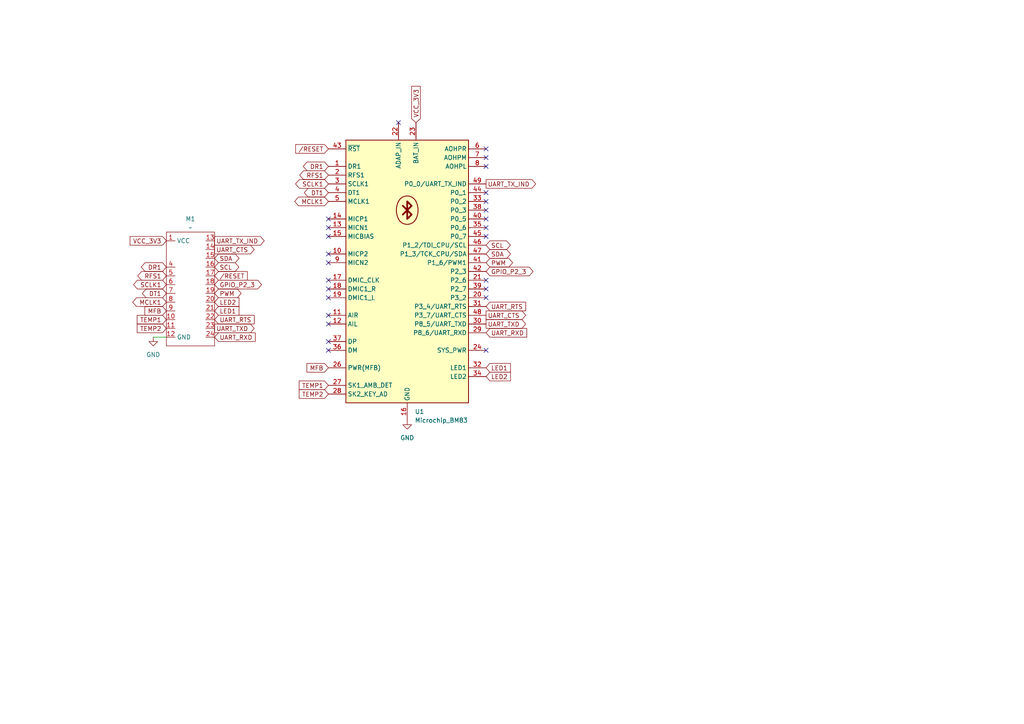
<source format=kicad_sch>
(kicad_sch (version 20250114) (generator "eeschema") (generator_version "9.0")
  (paper "A4")
  (lib_symbols
    (symbol "MegaCastle:MegaCastle2x12-Module-I19.0x25.7-M9FFFFF-NOCUTOUT"
      (property "Reference" "M" (at 0 -19.05 0))
      (symbol "MegaCastle2x12-Module-I19.0x25.7-M9FFFFF-NOCUTOUT_0_1"
        (rectangle (start -6.35 16.51) (end 7.62 -16.51))
      )
      (symbol "MegaCastle2x12-Module-I19.0x25.7-M9FFFFF-NOCUTOUT_1_1"
        (pin bidirectional line (at -6.35 13.97 0) (length 2.54) (name "VCC") (number "1"))
        (pin bidirectional line (at -6.35 6.35 0) (length 2.54) (name "") (number "4"))
        (pin bidirectional line (at -6.35 3.81 0) (length 2.54) (name "") (number "5"))
        (pin bidirectional line (at -6.35 1.27 0) (length 2.54) (name "") (number "6"))
        (pin bidirectional line (at -6.35 -1.27 0) (length 2.54) (name "") (number "7"))
        (pin bidirectional line (at -6.35 -3.81 0) (length 2.54) (name "") (number "8"))
        (pin bidirectional line (at -6.35 -6.35 0) (length 2.54) (name "") (number "9"))
        (pin bidirectional line (at -6.35 -8.89 0) (length 2.54) (name "") (number "10"))
        (pin bidirectional line (at -6.35 -11.43 0) (length 2.54) (name "") (number "11"))
        (pin bidirectional line (at -6.35 -13.97 0) (length 2.54) (name "GND") (number "12"))
        (pin bidirectional line (at 7.62 13.97 180) (length 2.54) (name "") (number "13"))
        (pin bidirectional line (at 7.62 11.43 180) (length 2.54) (name "") (number "14"))
        (pin bidirectional line (at 7.62 8.89 180) (length 2.54) (name "") (number "15"))
        (pin bidirectional line (at 7.62 6.35 180) (length 2.54) (name "") (number "16"))
        (pin bidirectional line (at 7.62 3.81 180) (length 2.54) (name "") (number "17"))
        (pin bidirectional line (at 7.62 1.27 180) (length 2.54) (name "") (number "18"))
        (pin bidirectional line (at 7.62 -1.27 180) (length 2.54) (name "") (number "19"))
        (pin bidirectional line (at 7.62 -3.81 180) (length 2.54) (name "") (number "20"))
        (pin bidirectional line (at 7.62 -6.35 180) (length 2.54) (name "") (number "21"))
        (pin bidirectional line (at 7.62 -8.89 180) (length 2.54) (name "") (number "22"))
        (pin bidirectional line (at 7.62 -11.43 180) (length 2.54) (name "") (number "23"))
        (pin bidirectional line (at 7.62 -13.97 180) (length 2.54) (name "") (number "24"))
      )
    )
    (symbol "RF_Bluetooth:Microchip_BM83"
      (property "Reference" "U" (at -17.78 39.37 0))
      (property "Value" "Microchip_BM83" (at 5.08 -39.37 0))
      (symbol "Microchip_BM83_0_1"
        (rectangle (start -17.78 38.1) (end 17.78 -38.1) (stroke (width 0.254)) (fill (type background)))
        (arc (start 2.5401 20.32) (mid 3.1397 17.78) (end 2.5401 15.24) (stroke (width 0.254)) (fill (type background)))
        (polyline (pts (xy 0.0001 20.32) (xy 1.2701 19.05) (xy 0.0001 17.78) (xy 1.2701 16.51) (xy 0.0001 15.24) (xy 0.0001 20.32)) (stroke (width 0.508)))
        (arc (start -2.5399 20.32) (mid 0.0001 21.8898) (end 2.5401 20.32) (stroke (width 0.254)) (fill (type background)))
        (polyline (pts (xy 0.0001 17.78) (xy -1.2699 19.05)) (stroke (width 0.508)))
        (polyline (pts (xy 0.0001 17.78) (xy -1.2699 16.51)) (stroke (width 0.508)))
        (arc (start 2.5401 15.24) (mid 0.0001 13.6702) (end -2.5399 15.24) (stroke (width 0.254)) (fill (type background)))
        (arc (start -2.5399 15.24) (mid -3.1395 17.78) (end -2.5399 20.32) (stroke (width 0.254)) (fill (type background)))
      )
      (symbol "Microchip_BM83_1_1"
        (pin input line (at -22.86 35.56 0) (length 5.08) (name "~{RST}") (number "43"))
        (pin input line (at -22.86 30.48 0) (length 5.08) (name "DR1") (number "1"))
        (pin bidirectional line (at -22.86 27.94 0) (length 5.08) (name "RFS1") (number "2"))
        (pin bidirectional line (at -22.86 25.4 0) (length 5.08) (name "SCLK1") (number "3"))
        (pin output line (at -22.86 22.86 0) (length 5.08) (name "DT1") (number "4"))
        (pin output line (at -22.86 20.32 0) (length 5.08) (name "MCLK1") (number "5"))
        (pin input line (at -22.86 15.24 0) (length 5.08) (name "MICP1") (number "14"))
        (pin input line (at -22.86 12.7 0) (length 5.08) (name "MICN1") (number "13"))
        (pin passive line (at -22.86 10.16 0) (length 5.08) (name "MICBIAS") (number "15"))
        (pin input line (at -22.86 5.08 0) (length 5.08) (name "MICP2") (number "10"))
        (pin input line (at -22.86 2.54 0) (length 5.08) (name "MICN2") (number "9"))
        (pin output line (at -22.86 -2.54 0) (length 5.08) (name "DMIC_CLK") (number "17"))
        (pin output line (at -22.86 -5.08 0) (length 5.08) (name "DMIC1_R") (number "18"))
        (pin output line (at -22.86 -7.62 0) (length 5.08) (name "DMIC1_L") (number "19"))
        (pin input line (at -22.86 -12.7 0) (length 5.08) (name "AIR") (number "11"))
        (pin input line (at -22.86 -15.24 0) (length 5.08) (name "AIL") (number "12"))
        (pin bidirectional line (at -22.86 -20.32 0) (length 5.08) (name "DP") (number "37"))
        (pin bidirectional line (at -22.86 -22.86 0) (length 5.08) (name "DM") (number "36"))
        (pin input line (at -22.86 -27.94 0) (length 5.08) (name "PWR(MFB)") (number "26"))
        (pin input line (at -22.86 -33.02 0) (length 5.08) (name "SK1_AMB_DET") (number "27"))
        (pin input line (at -22.86 -35.56 0) (length 5.08) (name "SK2_KEY_AD") (number "28"))
        (pin power_in line (at -2.54 43.18 270) (length 5.08) (name "ADAP_IN") (number "22"))
        (pin power_in line (at 0 -43.18 90) (length 5.08) (name "GND") (number "16"))
        (pin passive line (at 0 -43.18 90) (length 5.08) (hide yes) (name "GND") (number "50"))
        (pin passive line (at 0 -43.18 90) (length 5.08) (hide yes) (name "GND") (number "56"))
        (pin passive line (at 0 -43.18 90) (length 5.08) (hide yes) (name "GND") (number "57"))
        (pin power_in line (at 2.54 43.18 270) (length 5.08) (name "BAT_IN") (number "23"))
        (pin no_connect line (at 17.78 -33.02 180) (length 5.08) (hide yes) (name "VDD_IO") (number "25"))
        (pin output line (at 22.86 35.56 180) (length 5.08) (name "AOHPR") (number "6"))
        (pin output line (at 22.86 33.02 180) (length 5.08) (name "AOHPM") (number "7"))
        (pin output line (at 22.86 30.48 180) (length 5.08) (name "AOHPL") (number "8"))
        (pin bidirectional line (at 22.86 25.4 180) (length 5.08) (name "P0_0/UART_TX_IND") (number "49"))
        (pin bidirectional line (at 22.86 22.86 180) (length 5.08) (name "P0_1") (number "44"))
        (pin bidirectional line (at 22.86 20.32 180) (length 5.08) (name "P0_2") (number "33"))
        (pin bidirectional line (at 22.86 17.78 180) (length 5.08) (name "P0_3") (number "38"))
        (pin bidirectional line (at 22.86 15.24 180) (length 5.08) (name "P0_5") (number "40"))
        (pin bidirectional line (at 22.86 12.7 180) (length 5.08) (name "P0_6") (number "35"))
        (pin bidirectional line (at 22.86 10.16 180) (length 5.08) (name "P0_7") (number "45"))
        (pin bidirectional line (at 22.86 7.62 180) (length 5.08) (name "P1_2/TDI_CPU/SCL") (number "46"))
        (pin bidirectional line (at 22.86 5.08 180) (length 5.08) (name "P1_3/TCK_CPU/SDA") (number "47"))
        (pin bidirectional line (at 22.86 2.54 180) (length 5.08) (name "P1_6/PWM1") (number "41"))
        (pin bidirectional line (at 22.86 0 180) (length 5.08) (name "P2_3") (number "42"))
        (pin bidirectional line (at 22.86 -2.54 180) (length 5.08) (name "P2_6") (number "21"))
        (pin bidirectional line (at 22.86 -5.08 180) (length 5.08) (name "P2_7") (number "39"))
        (pin bidirectional line (at 22.86 -7.62 180) (length 5.08) (name "P3_2") (number "20"))
        (pin bidirectional line (at 22.86 -10.16 180) (length 5.08) (name "P3_4/UART_RTS") (number "31"))
        (pin bidirectional line (at 22.86 -12.7 180) (length 5.08) (name "P3_7/UART_CTS") (number "48"))
        (pin bidirectional line (at 22.86 -15.24 180) (length 5.08) (name "P8_5/UART_TXD") (number "30"))
        (pin bidirectional line (at 22.86 -17.78 180) (length 5.08) (name "P8_6/UART_RXD") (number "29"))
        (pin power_out line (at 22.86 -22.86 180) (length 5.08) (name "SYS_PWR") (number "24"))
        (pin input line (at 22.86 -27.94 180) (length 5.08) (name "LED1") (number "32"))
        (pin input line (at 22.86 -30.48 180) (length 5.08) (name "LED2") (number "34"))
      )
    )
    (symbol "power:GND" (power) (pin_numbers (hide yes)) (pin_names (offset 0) (hide yes))
      (property "Value" "GND" (at 0 -3.81 0))
      (symbol "GND_0_1"
        (polyline (pts (xy 0 0) (xy 0 -1.27) (xy 1.27 -1.27) (xy 0 -2.54) (xy -1.27 -1.27) (xy 0 -1.27)))
      )
      (symbol "GND_1_1"
        (pin power_in line (at 0 0 270) (length 0) (name "~") (number "1"))
      )
    )
  )
  (no_connect (at 140.97 45.72))
  (no_connect (at 95.25 81.28))
  (no_connect (at 95.25 93.98))
  (no_connect (at 140.97 48.26))
  (no_connect (at 95.25 66.04))
  (no_connect (at 95.25 83.82))
  (no_connect (at 140.97 101.6))
  (no_connect (at 140.97 55.88))
  (no_connect (at 95.25 91.44))
  (no_connect (at 140.97 58.42))
  (no_connect (at 140.97 81.28))
  (no_connect (at 140.97 68.58))
  (no_connect (at 95.25 86.36))
  (no_connect (at 140.97 63.5))
  (no_connect (at 115.57 35.56))
  (no_connect (at 95.25 63.5))
  (no_connect (at 140.97 83.82))
  (no_connect (at 95.25 99.06))
  (no_connect (at 140.97 66.04))
  (no_connect (at 95.25 73.66))
  (no_connect (at 140.97 60.96))
  (no_connect (at 95.25 76.2))
  (no_connect (at 95.25 68.58))
  (no_connect (at 140.97 43.18))
  (no_connect (at 140.97 86.36))
  (no_connect (at 95.25 101.6))
  (wire (pts (xy 44.45 97.79) (xy 48.26 97.79)))
  (global_label "SCLK1" (shape bidirectional) (at 95.25 53.34 180) (property "Intersheetrefs" "${INTERSHEET_REFS}" (effects (hide yes))))
  (global_label "UART_RTS" (shape input) (at 62.23 92.71 0) (property "Intersheetrefs" "${INTERSHEET_REFS}" (effects (hide yes))))
  (global_label "{slash}RESET" (shape input) (at 62.23 80.01 0) (property "Intersheetrefs" "${INTERSHEET_REFS}" (effects (hide yes))))
  (global_label "LED2" (shape input) (at 62.23 87.63 0) (property "Intersheetrefs" "${INTERSHEET_REFS}" (effects (hide yes))))
  (global_label "TEMP1" (shape input) (at 95.25 111.76 180) (property "Intersheetrefs" "${INTERSHEET_REFS}" (effects (hide yes))))
  (global_label "{slash}RESET" (shape input) (at 95.25 43.18 180) (property "Intersheetrefs" "${INTERSHEET_REFS}" (effects (hide yes))))
  (global_label "PWM" (shape bidirectional) (at 140.97 76.2 0) (property "Intersheetrefs" "${INTERSHEET_REFS}" (effects (hide yes))))
  (global_label "UART_RXD" (shape input) (at 62.23 97.79 0) (property "Intersheetrefs" "${INTERSHEET_REFS}" (effects (hide yes))))
  (global_label "LED1" (shape input) (at 140.97 106.68 0) (property "Intersheetrefs" "${INTERSHEET_REFS}" (effects (hide yes))))
  (global_label "UART_TXD" (shape output) (at 140.97 93.98 0) (property "Intersheetrefs" "${INTERSHEET_REFS}" (effects (hide yes))))
  (global_label "SCLK1" (shape bidirectional) (at 48.26 82.55 180) (property "Intersheetrefs" "${INTERSHEET_REFS}" (effects (hide yes))))
  (global_label "TEMP1" (shape input) (at 48.26 92.71 180) (property "Intersheetrefs" "${INTERSHEET_REFS}" (effects (hide yes))))
  (global_label "VCC_3V3" (shape input) (at 48.26 69.85 180) (property "Intersheetrefs" "${INTERSHEET_REFS}" (effects (hide yes))))
  (global_label "UART_TXD" (shape output) (at 62.23 95.25 0) (property "Intersheetrefs" "${INTERSHEET_REFS}" (effects (hide yes))))
  (global_label "VCC_3V3" (shape input) (at 120.65 35.56 90) (property "Intersheetrefs" "${INTERSHEET_REFS}" (effects (hide yes))))
  (global_label "DT1" (shape bidirectional) (at 95.25 55.88 180) (property "Intersheetrefs" "${INTERSHEET_REFS}" (effects (hide yes))))
  (global_label "SDA" (shape bidirectional) (at 140.97 73.66 0) (property "Intersheetrefs" "${INTERSHEET_REFS}" (effects (hide yes))))
  (global_label "UART_TX_IND" (shape output) (at 62.23 69.85 0) (property "Intersheetrefs" "${INTERSHEET_REFS}" (effects (hide yes))))
  (global_label "SDA" (shape bidirectional) (at 62.23 74.93 0) (property "Intersheetrefs" "${INTERSHEET_REFS}" (effects (hide yes))))
  (global_label "RFS1" (shape bidirectional) (at 95.25 50.8 180) (property "Intersheetrefs" "${INTERSHEET_REFS}" (effects (hide yes))))
  (global_label "MCLK1" (shape bidirectional) (at 48.26 87.63 180) (property "Intersheetrefs" "${INTERSHEET_REFS}" (effects (hide yes))))
  (global_label "UART_RTS" (shape input) (at 140.97 88.9 0) (property "Intersheetrefs" "${INTERSHEET_REFS}" (effects (hide yes))))
  (global_label "UART_CTS" (shape output) (at 140.97 91.44 0) (property "Intersheetrefs" "${INTERSHEET_REFS}" (effects (hide yes))))
  (global_label "DR1" (shape bidirectional) (at 95.25 48.26 180) (property "Intersheetrefs" "${INTERSHEET_REFS}" (effects (hide yes))))
  (global_label "LED1" (shape input) (at 62.23 90.17 0) (property "Intersheetrefs" "${INTERSHEET_REFS}" (effects (hide yes))))
  (global_label "MCLK1" (shape bidirectional) (at 95.25 58.42 180) (property "Intersheetrefs" "${INTERSHEET_REFS}" (effects (hide yes))))
  (global_label "GPIO_P2_3" (shape bidirectional) (at 62.23 82.55 0) (property "Intersheetrefs" "${INTERSHEET_REFS}" (effects (hide yes))))
  (global_label "TEMP2" (shape input) (at 48.26 95.25 180) (property "Intersheetrefs" "${INTERSHEET_REFS}" (effects (hide yes))))
  (global_label "UART_RXD" (shape input) (at 140.97 96.52 0) (property "Intersheetrefs" "${INTERSHEET_REFS}" (effects (hide yes))))
  (global_label "MFB" (shape input) (at 95.25 106.68 180) (property "Intersheetrefs" "${INTERSHEET_REFS}" (effects (hide yes))))
  (global_label "SCL" (shape bidirectional) (at 140.97 71.12 0) (property "Intersheetrefs" "${INTERSHEET_REFS}" (effects (hide yes))))
  (global_label "SCL" (shape bidirectional) (at 62.23 77.47 0) (property "Intersheetrefs" "${INTERSHEET_REFS}" (effects (hide yes))))
  (global_label "TEMP2" (shape input) (at 95.25 114.3 180) (property "Intersheetrefs" "${INTERSHEET_REFS}" (effects (hide yes))))
  (global_label "GPIO_P2_3" (shape bidirectional) (at 140.97 78.74 0) (property "Intersheetrefs" "${INTERSHEET_REFS}" (effects (hide yes))))
  (global_label "PWM" (shape bidirectional) (at 62.23 85.09 0) (property "Intersheetrefs" "${INTERSHEET_REFS}" (effects (hide yes))))
  (global_label "DT1" (shape bidirectional) (at 48.26 85.09 180) (property "Intersheetrefs" "${INTERSHEET_REFS}" (effects (hide yes))))
  (global_label "LED2" (shape input) (at 140.97 109.22 0) (property "Intersheetrefs" "${INTERSHEET_REFS}" (effects (hide yes))))
  (global_label "RFS1" (shape bidirectional) (at 48.26 80.01 180) (property "Intersheetrefs" "${INTERSHEET_REFS}" (effects (hide yes))))
  (global_label "DR1" (shape bidirectional) (at 48.26 77.47 180) (property "Intersheetrefs" "${INTERSHEET_REFS}" (effects (hide yes))))
  (global_label "MFB" (shape input) (at 48.26 90.17 180) (property "Intersheetrefs" "${INTERSHEET_REFS}" (effects (hide yes))))
  (global_label "UART_TX_IND" (shape output) (at 140.97 53.34 0) (property "Intersheetrefs" "${INTERSHEET_REFS}" (effects (hide yes))))
  (global_label "UART_CTS" (shape output) (at 62.23 72.39 0) (property "Intersheetrefs" "${INTERSHEET_REFS}" (effects (hide yes))))
  (symbol (lib_id "power:GND") (at 118.11 121.92 0) (unit 1)
    (property "Reference" "#PWR2" (effects (hide yes)))
    (property "Value" "GND" (at 118.11 127 0))
    (property "Description" "Power symbol creates a global label with name \"GND\" , ground" (effects (hide yes)))
  )
  (symbol (lib_id "MegaCastle:MegaCastle2x12-Module-I19.0x25.7-M9FFFFF-NOCUTOUT") (at 54.61 83.82 0) (unit 1)
    (property "Reference" "M1" (at 55.245 63.5 0))
    (property "Value" "~" (at 55.245 66.04 0))
    (property "Footprint" "MegaCastle:MegaCastle2x12-Module-I24.0x25.7-M9FFFFF-SPAREPAD" (effects (hide yes)))
    (property "Description" "Generated using footprint-gen .. 19 25 22 M9FFFFF" (effects (hide yes)))
  )
  (symbol (lib_id "RF_Bluetooth:Microchip_BM83") (at 118.11 78.74 0) (unit 1)
    (property "Reference" "U1" (at 120.3041 119.38 0) (effects (justify left)))
    (property "Value" "Microchip_BM83" (at 120.3041 121.92 0) (effects (justify left)))
    (property "Footprint" "RF_Module:Microchip_BM83" (effects (hide yes)))
    (property "Datasheet" "https://ww1.microchip.com/downloads/aemDocuments/documents/WSG/ProductDocuments/DataSheets/70005402E.pdf" (effects (hide yes)))
    (property "Description" "Microchip BM23 Bluetooth 5.0 Audio Stereo Module, dual-mode, Audio Profiles, 32x15mm" (effects (hide yes)))
    (property "Field6" "150-BM83SM1-00AA-ND" (effects (hide yes)))
    (property "MPN" "BM83SM1-00AA" (effects (hide yes)))
  )
  (symbol (lib_id "power:GND") (at 44.45 97.79 0) (unit 1)
    (property "Reference" "#PWR1" (effects (hide yes)))
    (property "Value" "GND" (at 44.45 102.87 0))
    (property "Description" "Power symbol creates a global label with name \"GND\" , ground" (effects (hide yes)))
  )
)
</source>
